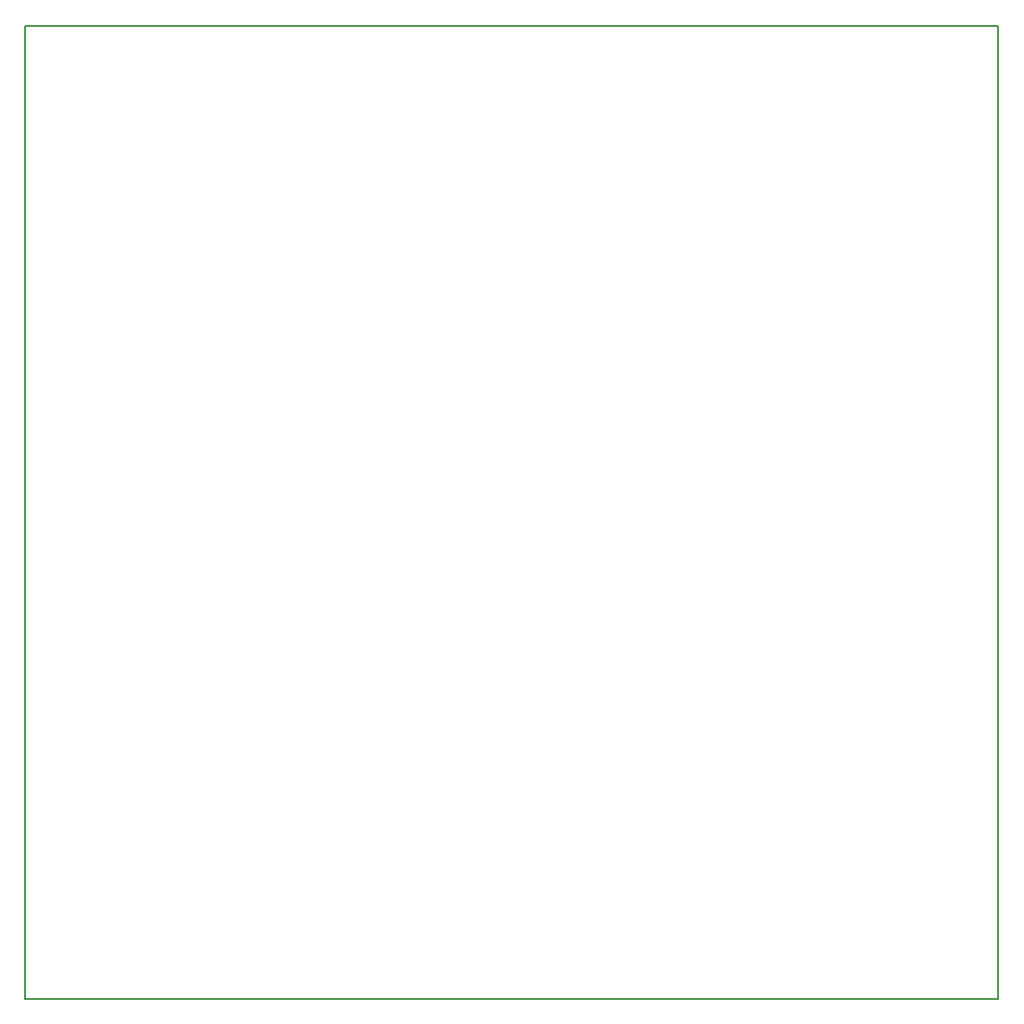
<source format=gbr>
%TF.GenerationSoftware,KiCad,Pcbnew,8.0.1*%
%TF.CreationDate,2024-03-27T11:30:44-06:00*%
%TF.ProjectId,ATV_Project_MasterBoard,4154565f-5072-46f6-9a65-63745f4d6173,rev?*%
%TF.SameCoordinates,Original*%
%TF.FileFunction,Profile,NP*%
%FSLAX46Y46*%
G04 Gerber Fmt 4.6, Leading zero omitted, Abs format (unit mm)*
G04 Created by KiCad (PCBNEW 8.0.1) date 2024-03-27 11:30:44*
%MOMM*%
%LPD*%
G01*
G04 APERTURE LIST*
%TA.AperFunction,Profile*%
%ADD10C,0.200000*%
%TD*%
G04 APERTURE END LIST*
D10*
X121170500Y-53975000D02*
X210070500Y-53975000D01*
X210070500Y-142875000D01*
X121170500Y-142875000D01*
X121170500Y-53975000D01*
M02*

</source>
